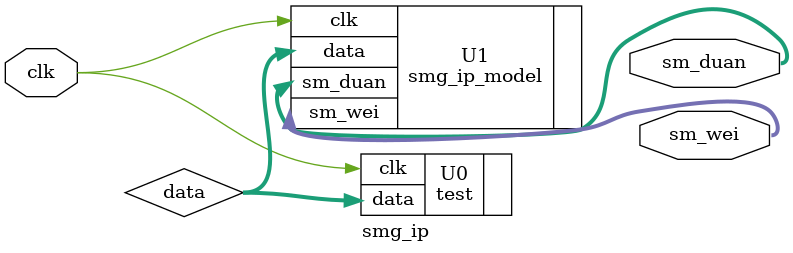
<source format=v>
`timescale 1ns / 1ps


module smg_ip(clk,sm_wei,sm_duan); 
input clk;
output [3:0]sm_wei; 
output [7:0]sm_duan;
//----------------------------------------------------------
wire [15:0]data; 
wire [3:0]sm_wei; 
wire [7:0]sm_duan;
//----------------------------------------------------------
test U0 (.clk(clk),.data(data));
smg_ip_model U1 (.clk(clk),.data(data),.sm_wei(sm_wei),.sm_duan(sm_duan)); 
endmodule

</source>
